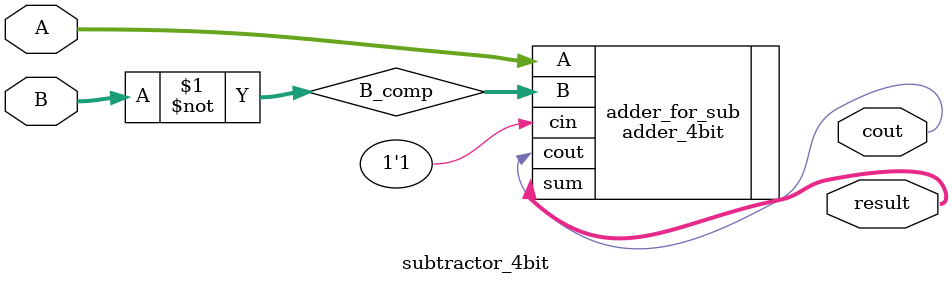
<source format=v>
module subtractor_4bit (
    input [3:0] A,
    input [3:0] B,
    output [3:0] result,
    output cout
);
  wire [3:0] B_comp;
  assign B_comp=~B;
  adder_4bit adder_for_sub (.A(A),.B(B_comp),.cin(1'b1),.sum(result),.cout(cout));
endmodule
</source>
